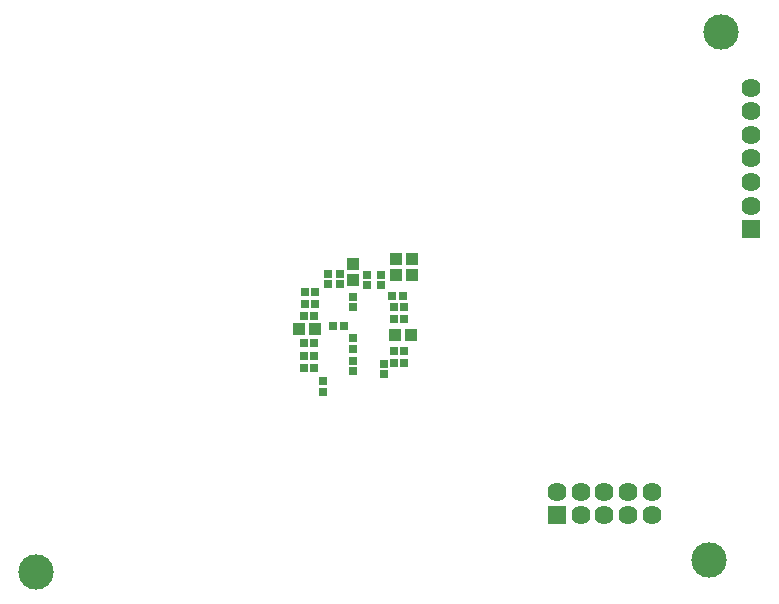
<source format=gbs>
G04*
G04 #@! TF.GenerationSoftware,Altium Limited,Altium Designer,24.4.1 (13)*
G04*
G04 Layer_Color=16711935*
%FSLAX44Y44*%
%MOMM*%
G71*
G04*
G04 #@! TF.SameCoordinates,56A84C12-20F9-439F-8F54-A8B2ACD22D1B*
G04*
G04*
G04 #@! TF.FilePolarity,Negative*
G04*
G01*
G75*
%ADD42R,0.7200X0.7600*%
%ADD45R,0.7600X0.7200*%
%ADD56R,1.1200X1.0200*%
%ADD61R,1.0200X1.1200*%
%ADD62C,3.0000*%
%ADD66C,1.6200*%
%ADD67R,1.6200X1.6200*%
D42*
X555400Y413000D02*
D03*
X546600D02*
D03*
X571600Y448000D02*
D03*
X580400D02*
D03*
X621600Y474000D02*
D03*
X630400D02*
D03*
X622600Y454000D02*
D03*
X631400D02*
D03*
X555400Y434000D02*
D03*
X546600D02*
D03*
Y423000D02*
D03*
X555400D02*
D03*
Y457000D02*
D03*
X546600D02*
D03*
X631400Y464000D02*
D03*
X622600D02*
D03*
X631400Y427000D02*
D03*
X622600D02*
D03*
X631400Y417000D02*
D03*
X622600D02*
D03*
X556400Y477000D02*
D03*
X547600D02*
D03*
Y467000D02*
D03*
X556400D02*
D03*
D45*
X563000Y401400D02*
D03*
Y392600D02*
D03*
X614371Y407120D02*
D03*
Y415920D02*
D03*
X577000Y483600D02*
D03*
Y492400D02*
D03*
X567000D02*
D03*
Y483600D02*
D03*
X612000Y482600D02*
D03*
Y491400D02*
D03*
X600000D02*
D03*
Y482600D02*
D03*
X588500Y464100D02*
D03*
Y472900D02*
D03*
Y410100D02*
D03*
Y418900D02*
D03*
Y437900D02*
D03*
Y429100D02*
D03*
D56*
Y486750D02*
D03*
Y500250D02*
D03*
D61*
X542250Y446000D02*
D03*
X555750D02*
D03*
X624250Y505000D02*
D03*
X637750D02*
D03*
Y491000D02*
D03*
X624250D02*
D03*
X637000Y440500D02*
D03*
X623500D02*
D03*
D62*
X900000Y697500D02*
D03*
X890000Y250000D02*
D03*
X320000Y240000D02*
D03*
D66*
X925000Y590000D02*
D03*
Y610000D02*
D03*
Y630000D02*
D03*
Y550000D02*
D03*
Y570000D02*
D03*
Y650000D02*
D03*
X761000Y308000D02*
D03*
X781000Y288000D02*
D03*
Y308000D02*
D03*
X801000Y288000D02*
D03*
Y308000D02*
D03*
X821000Y288000D02*
D03*
Y308000D02*
D03*
X841000Y288000D02*
D03*
Y308000D02*
D03*
D67*
X925000Y530000D02*
D03*
X761000Y288000D02*
D03*
M02*

</source>
